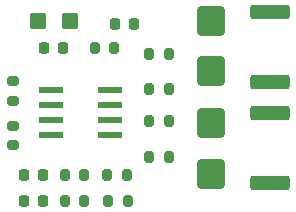
<source format=gbr>
G04 #@! TF.GenerationSoftware,KiCad,Pcbnew,8.0.6*
G04 #@! TF.CreationDate,2024-11-11T12:49:32-08:00*
G04 #@! TF.ProjectId,pi-zero-serial-hat,70692d7a-6572-46f2-9d73-657269616c2d,1.0*
G04 #@! TF.SameCoordinates,Original*
G04 #@! TF.FileFunction,Paste,Top*
G04 #@! TF.FilePolarity,Positive*
%FSLAX46Y46*%
G04 Gerber Fmt 4.6, Leading zero omitted, Abs format (unit mm)*
G04 Created by KiCad (PCBNEW 8.0.6) date 2024-11-11 12:49:32*
%MOMM*%
%LPD*%
G01*
G04 APERTURE LIST*
G04 Aperture macros list*
%AMRoundRect*
0 Rectangle with rounded corners*
0 $1 Rounding radius*
0 $2 $3 $4 $5 $6 $7 $8 $9 X,Y pos of 4 corners*
0 Add a 4 corners polygon primitive as box body*
4,1,4,$2,$3,$4,$5,$6,$7,$8,$9,$2,$3,0*
0 Add four circle primitives for the rounded corners*
1,1,$1+$1,$2,$3*
1,1,$1+$1,$4,$5*
1,1,$1+$1,$6,$7*
1,1,$1+$1,$8,$9*
0 Add four rect primitives between the rounded corners*
20,1,$1+$1,$2,$3,$4,$5,0*
20,1,$1+$1,$4,$5,$6,$7,0*
20,1,$1+$1,$6,$7,$8,$9,0*
20,1,$1+$1,$8,$9,$2,$3,0*%
G04 Aperture macros list end*
%ADD10RoundRect,0.200000X-0.200000X-0.275000X0.200000X-0.275000X0.200000X0.275000X-0.200000X0.275000X0*%
%ADD11RoundRect,0.250000X0.450000X0.425000X-0.450000X0.425000X-0.450000X-0.425000X0.450000X-0.425000X0*%
%ADD12RoundRect,0.250000X0.900000X-1.000000X0.900000X1.000000X-0.900000X1.000000X-0.900000X-1.000000X0*%
%ADD13RoundRect,0.218750X-0.218750X-0.256250X0.218750X-0.256250X0.218750X0.256250X-0.218750X0.256250X0*%
%ADD14RoundRect,0.250000X-1.425000X0.362500X-1.425000X-0.362500X1.425000X-0.362500X1.425000X0.362500X0*%
%ADD15RoundRect,0.250000X1.425000X-0.362500X1.425000X0.362500X-1.425000X0.362500X-1.425000X-0.362500X0*%
%ADD16RoundRect,0.200000X0.275000X-0.200000X0.275000X0.200000X-0.275000X0.200000X-0.275000X-0.200000X0*%
%ADD17RoundRect,0.250000X-0.900000X1.000000X-0.900000X-1.000000X0.900000X-1.000000X0.900000X1.000000X0*%
%ADD18RoundRect,0.218750X0.218750X0.256250X-0.218750X0.256250X-0.218750X-0.256250X0.218750X-0.256250X0*%
%ADD19RoundRect,0.073750X-0.911250X-0.221250X0.911250X-0.221250X0.911250X0.221250X-0.911250X0.221250X0*%
%ADD20RoundRect,0.225000X0.225000X0.250000X-0.225000X0.250000X-0.225000X-0.250000X0.225000X-0.250000X0*%
G04 APERTURE END LIST*
D10*
X158612000Y-109268000D03*
X160262000Y-109268000D03*
X153982000Y-103068000D03*
X155632000Y-103068000D03*
D11*
X151902000Y-100818000D03*
X149202000Y-100818000D03*
D12*
X163782000Y-113718000D03*
X163782000Y-109418000D03*
D13*
X147994500Y-116068000D03*
X149569500Y-116068000D03*
X148032000Y-113818000D03*
X149607000Y-113818000D03*
D10*
X158612000Y-112318000D03*
X160262000Y-112318000D03*
X155132000Y-116068000D03*
X156782000Y-116068000D03*
X151457000Y-116068000D03*
X153107000Y-116068000D03*
D14*
X168782000Y-100068000D03*
X168782000Y-105993000D03*
D15*
X168782000Y-114493000D03*
X168782000Y-108568000D03*
D10*
X158612000Y-106568000D03*
X160262000Y-106568000D03*
D16*
X147032000Y-107548000D03*
X147032000Y-105898000D03*
D17*
X163782000Y-100768000D03*
X163782000Y-105068000D03*
D18*
X157282000Y-101068000D03*
X155707000Y-101068000D03*
D10*
X155032000Y-113818000D03*
X156682000Y-113818000D03*
D19*
X150307000Y-106663000D03*
X150307000Y-107933000D03*
X150307000Y-109203000D03*
X150307000Y-110473000D03*
X155257000Y-110473000D03*
X155257000Y-109203000D03*
X155257000Y-107933000D03*
X155257000Y-106663000D03*
D10*
X158612000Y-103568000D03*
X160262000Y-103568000D03*
D16*
X147032000Y-111298000D03*
X147032000Y-109648000D03*
D10*
X151457000Y-113818000D03*
X153107000Y-113818000D03*
D20*
X151272000Y-103068000D03*
X149722000Y-103068000D03*
M02*

</source>
